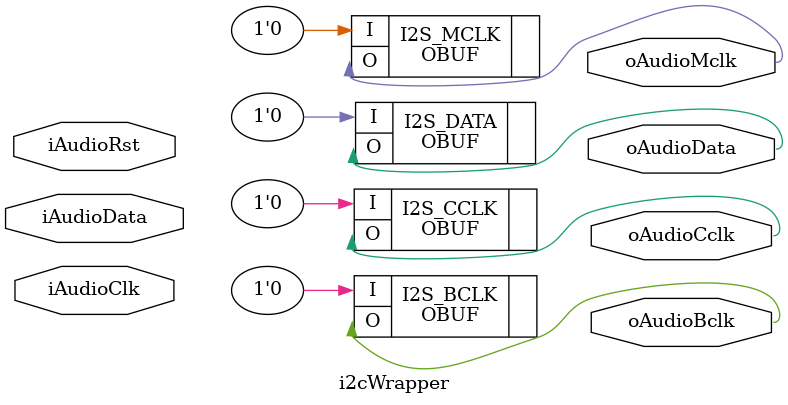
<source format=v>
module i2cWrapper (
    // External Port
    output          oAudioMclk,
    output          oAudioBclk,
    output          oAudioCclk,
    output          oAudioData,
    // Internal Port
    input           iAudioClk,
    input           iAudioRst,
    input [31:0]    iAudioData
);



OBUF I2S_MCLK 	(.O (oAudioMclk),   .I (1'b0));
OBUF I2S_BCLK 	(.O (oAudioBclk),   .I (1'b0));
OBUF I2S_CCLK 	(.O (oAudioCclk),   .I (1'b0));
OBUF I2S_DATA 	(.O (oAudioData),   .I (1'b0));



endmodule
</source>
